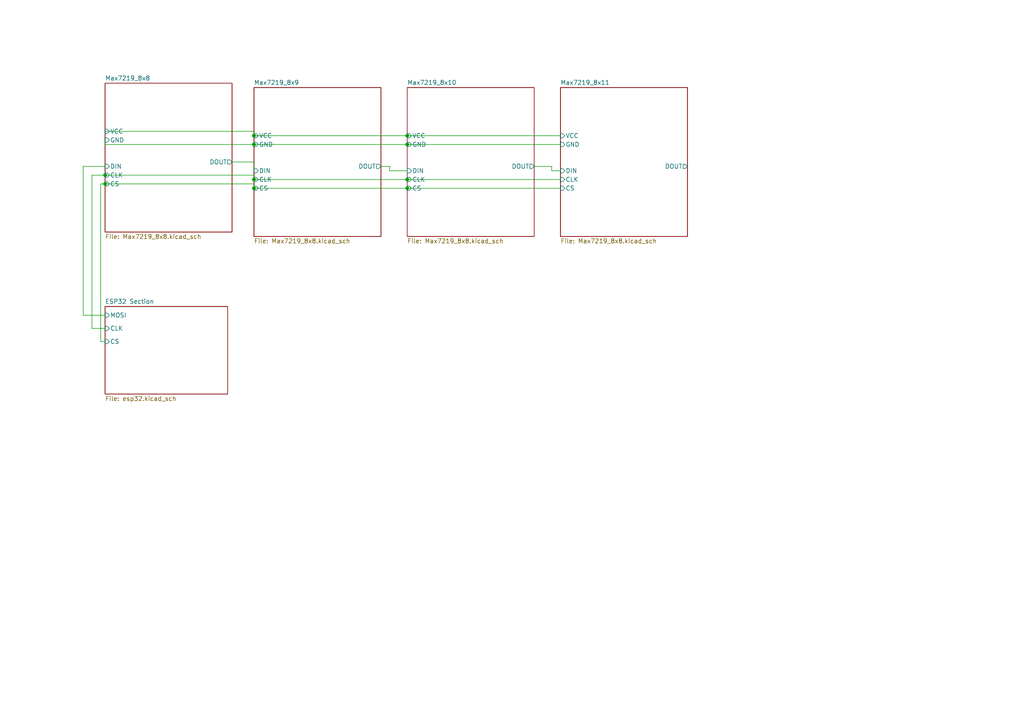
<source format=kicad_sch>
(kicad_sch (version 20230121) (generator eeschema)
  (paper "A4")
  (lib_symbols)
  (junction (at 30.48 53.34))
  (junction (at 73.66 54.61))
  (junction (at 73.66 41.91))
  (junction (at 118.11 54.61))
  (junction (at 30.48 50.8))
  (junction (at 73.66 39.37))
  (junction (at 118.11 52.07))
  (junction (at 118.11 41.91))
  (junction (at 118.11 39.37))
  (junction (at 73.66 52.07))
  (wire (pts (xy 154.94 48.26) (xy 160.02 48.26)))
  (wire (pts (xy 30.48 99.06) (xy 29.21 99.06)))
  (wire (pts (xy 30.48 50.8) (xy 73.66 50.8)))
  (wire (pts (xy 73.66 41.91) (xy 30.48 41.91)))
  (wire (pts (xy 30.48 91.44) (xy 24.13 91.44)))
  (wire (pts (xy 29.21 99.06) (xy 29.21 53.34)))
  (wire (pts (xy 118.11 52.07) (xy 162.56 52.07)))
  (wire (pts (xy 160.02 48.26) (xy 160.02 49.53)))
  (wire (pts (xy 73.66 41.91) (xy 118.11 41.91)))
  (wire (pts (xy 24.13 48.26) (xy 30.48 48.26)))
  (wire (pts (xy 30.48 41.91) (xy 30.48 40.64)))
  (wire (pts (xy 118.11 39.37) (xy 162.56 39.37)))
  (wire (pts (xy 73.66 54.61) (xy 118.11 54.61)))
  (wire (pts (xy 160.02 49.53) (xy 162.56 49.53)))
  (wire (pts (xy 73.66 38.1) (xy 73.66 39.37)))
  (wire (pts (xy 67.31 46.99) (xy 73.66 46.99)))
  (wire (pts (xy 73.66 52.07) (xy 118.11 52.07)))
  (wire (pts (xy 26.67 95.25) (xy 26.67 50.8)))
  (wire (pts (xy 30.48 38.1) (xy 73.66 38.1)))
  (wire (pts (xy 113.03 48.26) (xy 110.49 48.26)))
  (wire (pts (xy 73.66 50.8) (xy 73.66 52.07)))
  (wire (pts (xy 73.66 53.34) (xy 73.66 54.61)))
  (wire (pts (xy 118.11 41.91) (xy 162.56 41.91)))
  (wire (pts (xy 73.66 46.99) (xy 73.66 49.53)))
  (wire (pts (xy 29.21 53.34) (xy 30.48 53.34)))
  (wire (pts (xy 113.03 49.53) (xy 113.03 48.26)))
  (wire (pts (xy 30.48 53.34) (xy 73.66 53.34)))
  (wire (pts (xy 26.67 50.8) (xy 30.48 50.8)))
  (wire (pts (xy 24.13 91.44) (xy 24.13 48.26)))
  (wire (pts (xy 118.11 54.61) (xy 162.56 54.61)))
  (wire (pts (xy 118.11 49.53) (xy 113.03 49.53)))
  (wire (pts (xy 30.48 95.25) (xy 26.67 95.25)))
  (wire (pts (xy 73.66 39.37) (xy 118.11 39.37)))
  (sheet (at 73.66 25.4) (size 36.83 43.18) (stroke (width 0.1524))
    (property "Sheetname" "Max7219_8x9" (at 73.66 24.6884 0) (effects (justify left bottom)))
    (property "Sheetfile" "Max7219_8x8.kicad_sch" (at 73.66 69.1646 0) (effects (justify left top)))
    (pin "DOUT" output (at 110.49 48.26 0))
    (pin "DIN" input (at 73.66 49.53 180))
    (pin "GND" input (at 73.66 41.91 180))
    (pin "VCC" input (at 73.66 39.37 180))
    (pin "CLK" input (at 73.66 52.07 180))
    (pin "CS" input (at 73.66 54.61 180))
  )
  (sheet (at 118.11 25.4) (size 36.83 43.18) (stroke (width 0.1524))
    (property "Sheetname" "Max7219_8x10" (at 118.11 24.6884 0) (effects (justify left bottom)))
    (property "Sheetfile" "Max7219_8x8.kicad_sch" (at 118.11 69.1646 0) (effects (justify left top)))
    (pin "DOUT" output (at 154.94 48.26 0))
    (pin "DIN" input (at 118.11 49.53 180))
    (pin "GND" input (at 118.11 41.91 180))
    (pin "VCC" input (at 118.11 39.37 180))
    (pin "CLK" input (at 118.11 52.07 180))
    (pin "CS" input (at 118.11 54.61 180))
  )
  (sheet (at 30.48 88.9) (size 35.56 25.4) (stroke (width 0.1524))
    (property "Sheetname" "ESP32 Section" (at 30.48 88.1884 0) (effects (justify left bottom)))
    (property "Sheetfile" "esp32.kicad_sch" (at 30.48 114.8846 0) (effects (justify left top)))
    (pin "MOSI" input (at 30.48 91.44 180))
    (pin "CLK" input (at 30.48 95.25 180))
    (pin "CS" input (at 30.48 99.06 180))
  )
  (sheet (at 162.56 25.4) (size 36.83 43.18) (stroke (width 0.1524))
    (property "Sheetname" "Max7219_8x11" (at 162.56 24.6884 0) (effects (justify left bottom)))
    (property "Sheetfile" "Max7219_8x8.kicad_sch" (at 162.56 69.1646 0) (effects (justify left top)))
    (pin "DOUT" output (at 199.39 48.26 0))
    (pin "DIN" input (at 162.56 49.53 180))
    (pin "GND" input (at 162.56 41.91 180))
    (pin "VCC" input (at 162.56 39.37 180))
    (pin "CLK" input (at 162.56 52.07 180))
    (pin "CS" input (at 162.56 54.61 180))
  )
  (sheet (at 30.48 24.13) (size 36.83 43.18) (stroke (width 0.1524))
    (property "Sheetname" "Max7219_8x8" (at 30.48 23.4184 0) (effects (justify left bottom)))
    (property "Sheetfile" "Max7219_8x8.kicad_sch" (at 30.48 67.8946 0) (effects (justify left top)))
    (pin "DOUT" output (at 67.31 46.99 0))
    (pin "DIN" input (at 30.48 48.26 180))
    (pin "GND" input (at 30.48 40.64 180))
    (pin "VCC" input (at 30.48 38.1 180))
    (pin "CLK" input (at 30.48 50.8 180))
    (pin "CS" input (at 30.48 53.34 180))
  )
)
</source>
